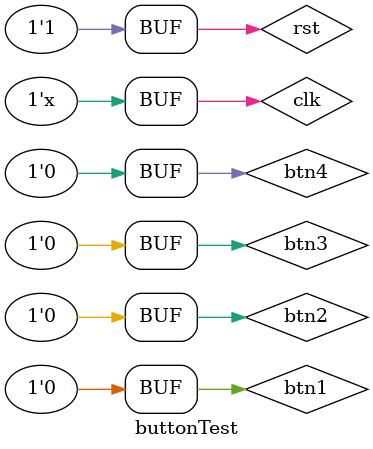
<source format=v>
`timescale 1ns / 1ps

module buttonTest;

	// Inputs
	reg btn1;
	reg btn2;
	reg btn3;
	reg btn4;
	reg clk;
	reg rst;

	// Outputs
	wire led1;
	wire led2;
	wire led3;
	wire led4;

	// Instantiate the Unit Under Test (UUT)
	boardButonLedOnOff uut (
		.btn1(btn1), 
		.btn2(btn2), 
		.btn3(btn3), 
		.btn4(btn4), 
		.led1(led1), 
		.led2(led2), 
		.led3(led3), 
		.led4(led4), 
		.clk(clk), 
		.nrst(rst)
	);

	initial begin
		// Initialize Inputs
		btn1 = 0;
		btn2 = 0;
		btn3 = 0;
		btn4 = 0;
		clk = 0;
		rst = 0;

		// Wait 100 ns for global reset to finish
		#50;
      rst = 1;
		#50;
		// Add stimulus here
		
		// эмуляция дребезга, длительность < 10 ///////////////////////////////////////////
		btn1 = 1;
		#10;
		btn1 = 0;
		#10;
		btn1 = 1;
		#10;
		btn1 = 0;
		#10;
		btn1 = 1;
		#10;
		btn1 = 0;
		#50;
		btn1 = 1;
		#10;
		btn1 = 0;
		#33;
		btn1 = 1;
		#10;
		btn1 = 0;
		#77;
		///////////////////////////////////////////////////////////////////////////////////////
		
		//включение кнопки
		btn1 = 1;
		#500;
		
		// эмуляция дребезга, длительность < 10 ///////////////////////////////////////////
		btn1 = 1;
		#10;
		btn1 = 0;
		#10;
		btn1 = 1;
		#10;
		btn1 = 0;
		#10;
		btn1 = 1;
		#10;
		btn1 = 0;
		#50;
		btn1 = 1;
		#10;
		btn1 = 0;
		#33;
		btn1 = 1;
		#10;
		btn1 = 0;
		#77;
		///////////////////////////////////////////////////////////////////////////////////////

		//выключение кнопки
		btn1 = 0;
		#500;
		
		
		
		
		// эмуляция дребезга, длительность < 10 ///////////////////////////////////////////
		btn1 = 1;
		#10;
		btn1 = 0;
		#10;
		btn1 = 1;
		#10;
		btn1 = 0;
		#10;
		btn1 = 1;
		#10;
		btn1 = 0;
		#50;
		btn1 = 1;
		#10;
		btn1 = 0;
		#33;
		btn1 = 1;
		#10;
		btn1 = 0;
		#77;
		///////////////////////////////////////////////////////////////////////////////////////
		
		//включение кнопки
		btn1 = 1;
		#500;
		
		// эмуляция дребезга, длительность < 10 ///////////////////////////////////////////
		btn1 = 1;
		#10;
		btn1 = 0;
		#10;
		btn1 = 1;
		#10;
		btn1 = 0;
		#10;
		btn1 = 1;
		#10;
		btn1 = 0;
		#50;
		btn1 = 1;
		#10;
		btn1 = 0;
		#33;
		btn1 = 1;
		#10;
		btn1 = 0;
		#77;
		///////////////////////////////////////////////////////////////////////////////////////

		//выключение кнопки
		btn1 = 0;
		#500;
		
		
		
		//кнопка 2 //////////////////////////////
				// эмуляция дребезга, длительность < 10 ///////////////////////////////////////////
		btn2 = 1;
		#10;
		btn2 = 0;
		#10;
		btn2 = 1;
		#10;
		btn2 = 0;
		#10;
		btn2 = 1;
		#10;
		btn2 = 0;
		#50;
		btn2 = 1;
		#10;
		btn2 = 0;
		#33;
		btn2 = 1;
		#10;
		btn2 = 0;
		#77;
		///////////////////////////////////////////////////////////////////////////////////////
		
		//включение кнопки
		btn2 = 1;
		#500;
		
		// эмуляция дребезга, длительность < 10 ///////////////////////////////////////////
		btn2 = 1;
		#10;
		btn2 = 0;
		#10;
		btn2 = 1;
		#10;
		btn2 = 0;
		#10;
		btn2 = 1;
		#10;
		btn2 = 0;
		#50;
		btn2 = 1;
		#10;
		btn2 = 0;
		#33;
		btn2 = 1;
		#10;
		btn2 = 0;
		#77;
		///////////////////////////////////////////////////////////////////////////////////////

		//выключение кнопки
		btn2 = 0;
		#500;
		
		
		
		
		// эмуляция дребезга, длительность < 10 ///////////////////////////////////////////
		btn2 = 1;
		#10;
		btn2 = 0;
		#10;
		btn2 = 1;
		#10;
		btn2 = 0;
		#10;
		btn2 = 1;
		#10;
		btn2 = 0;
		#50;
		btn2 = 1;
		#10;
		btn2 = 0;
		#33;
		btn2 = 1;
		#10;
		btn2 = 0;
		#77;
		///////////////////////////////////////////////////////////////////////////////////////
		
		//включение кнопки
		btn2 = 1;
		#500;
		
		// эмуляция дребезга, длительность < 10 ///////////////////////////////////////////
		btn2 = 1;
		#10;
		btn2 = 0;
		#10;
		btn2 = 1;
		#10;
		btn2 = 0;
		#10;
		btn2 = 1;
		#10;
		btn2 = 0;
		#50;
		btn2 = 1;
		#10;
		btn2 = 0;
		#33;
		btn2 = 1;
		#10;
		btn2 = 0;
		#77;
		///////////////////////////////////////////////////////////////////////////////////////

		//выключение кнопки
		btn2 = 0;
		#500;
		
		
		//кнопка 3 ///////////////////////////////////////////////////////////////////////////////
				// эмуляция дребезга, длительность < 10 ///////////////////////////////////////////
		btn3 = 1;
		#10;
		btn3 = 0;
		#10;
		btn3 = 1;
		#10;
		btn3 = 0;
		#10;
		btn3 = 1;
		#10;
		btn3 = 0;
		#50;
		btn3 = 1;
		#10;
		btn3 = 0;
		#33;
		btn3 = 1;
		#10;
		btn3 = 0;
		#77;
		///////////////////////////////////////////////////////////////////////////////////////
		
		//включение кнопки
		btn3 = 1;
		#500;
		
		// эмуляция дребезга, длительность < 10 ///////////////////////////////////////////
		btn3 = 1;
		#10;
		btn3 = 0;
		#10;
		btn3 = 1;
		#10;
		btn3 = 0;
		#10;
		btn3 = 1;
		#10;
		btn3 = 0;
		#50;
		btn3 = 1;
		#10;
		btn3 = 0;
		#33;
		btn3 = 1;
		#10;
		btn3 = 0;
		#77;
		///////////////////////////////////////////////////////////////////////////////////////

		//выключение кнопки
		btn3 = 0;
		#500;
		
		
		
		
		// эмуляция дребезга, длительность < 10 ///////////////////////////////////////////
		btn3 = 1;
		#10;
		btn3 = 0;
		#10;
		btn3 = 1;
		#10;
		btn3 = 0;
		#10;
		btn3 = 1;
		#10;
		btn3 = 0;
		#50;
		btn3 = 1;
		#10;
		btn3 = 0;
		#33;
		btn3 = 1;
		#10;
		btn3 = 0;
		#77;
		///////////////////////////////////////////////////////////////////////////////////////
		
		//включение кнопки
		btn3 = 1;
		#500;
		
		// эмуляция дребезга, длительность < 10 ///////////////////////////////////////////
		btn3 = 1;
		#10;
		btn3 = 0;
		#10;
		btn3 = 1;
		#10;
		btn3 = 0;
		#10;
		btn3 = 1;
		#10;
		btn3 = 0;
		#50;
		btn3 = 1;
		#10;
		btn3 = 0;
		#33;
		btn3 = 1;
		#10;
		btn3 = 0;
		#77;
		///////////////////////////////////////////////////////////////////////////////////////

		//выключение кнопки
		btn3 = 0;
		#500;
		
		
		// кнопка 4 ////////////////////////////////////////////////////////////////////////////////
				// эмуляция дребезга, длительность < 10 ///////////////////////////////////////////
		btn4 = 1;
		#10;
		btn4 = 0;
		#10;
		btn4 = 1;
		#10;
		btn4 = 0;
		#10;
		btn4 = 1;
		#10;
		btn4 = 0;
		#50;
		btn4 = 1;
		#10;
		btn4 = 0;
		#33;
		btn4 = 1;
		#10;
		btn4 = 0;
		#77;
		///////////////////////////////////////////////////////////////////////////////////////
		
		//включение кнопки
		btn4 = 1;
		#500;
		
		// эмуляция дребезга, длительность < 10 ///////////////////////////////////////////
		btn4 = 1;
		#10;
		btn4 = 0;
		#10;
		btn4 = 1;
		#10;
		btn4 = 0;
		#10;
		btn4 = 1;
		#10;
		btn4 = 0;
		#50;
		btn4 = 1;
		#10;
		btn4 = 0;
		#33;
		btn4 = 1;
		#10;
		btn4 = 0;
		#77;
		///////////////////////////////////////////////////////////////////////////////////////

		//выключение кнопки
		btn4 = 0;
		#500;
		
		
		
		
		// эмуляция дребезга, длительность < 10 ///////////////////////////////////////////
		btn4 = 1;
		#10;
		btn4 = 0;
		#10;
		btn4 = 1;
		#10;
		btn4 = 0;
		#10;
		btn4 = 1;
		#10;
		btn4 = 0;
		#50;
		btn4 = 1;
		#10;
		btn4 = 0;
		#33;
		btn4 = 1;
		#10;
		btn4 = 0;
		#77;
		///////////////////////////////////////////////////////////////////////////////////////
		
		//включение кнопки
		btn4 = 1;
		#500;
		
		// эмуляция дребезга, длительность < 10 ///////////////////////////////////////////
		btn4 = 1;
		#10;
		btn4 = 0;
		#10;
		btn4 = 1;
		#10;
		btn4 = 0;
		#10;
		btn4 = 1;
		#10;
		btn4 = 0;
		#50;
		btn4 = 1;
		#10;
		btn4 = 0;
		#33;
		btn4 = 1;
		#10;
		btn4 = 0;
		#77;
		///////////////////////////////////////////////////////////////////////////////////////

		//выключение кнопки
		btn1 = 0;
		#500;
		

	end
      
		
		always #1
			clk <= ~clk;
		
		
endmodule

</source>
